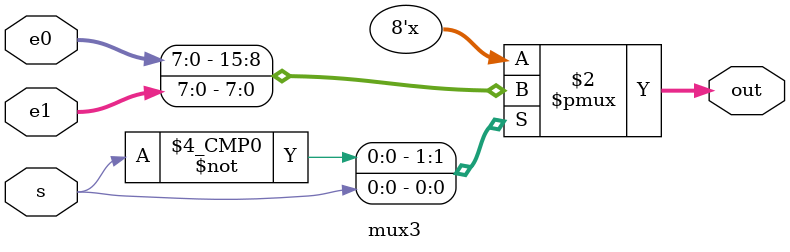
<source format=v>
module mux3(e0, e1, s, out);
   input [7:0] e0, e1;
   input s;
   output [7:0] out;
   
   wire [7:0]   e0, e1;
   wire      s;
   reg [7:0]    out;
   
   always @(e0, e1, s) begin
     case(s)
		   'b0: out = e0; //Literal
		   'b1: out = e1; //Registro B
	   endcase
   end
endmodule
</source>
